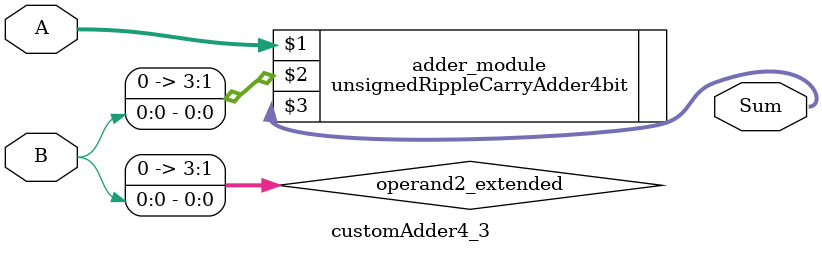
<source format=v>

module customAdder4_3(
                    input [3 : 0] A,
                    input [0 : 0] B,
                    
                    output [4 : 0] Sum
            );

    wire [3 : 0] operand2_extended;
    
    assign operand2_extended =  {3'b0, B};
    
    unsignedRippleCarryAdder4bit adder_module(
        A,
        operand2_extended,
        Sum
    );
    
endmodule
        
</source>
